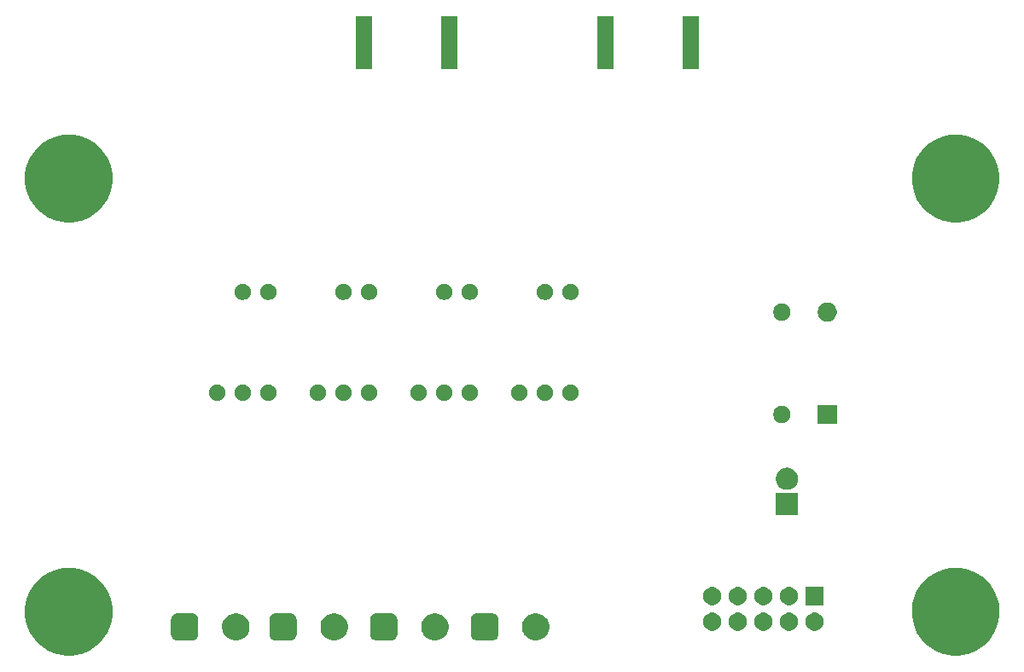
<source format=gbr>
G04 #@! TF.GenerationSoftware,KiCad,Pcbnew,5.1.6-c6e7f7d~87~ubuntu18.04.1*
G04 #@! TF.CreationDate,2021-01-06T16:55:31+00:00*
G04 #@! TF.ProjectId,multi-smtpa_linear,6d756c74-692d-4736-9d74-70615f6c696e,rev?*
G04 #@! TF.SameCoordinates,Original*
G04 #@! TF.FileFunction,Soldermask,Bot*
G04 #@! TF.FilePolarity,Negative*
%FSLAX46Y46*%
G04 Gerber Fmt 4.6, Leading zero omitted, Abs format (unit mm)*
G04 Created by KiCad (PCBNEW 5.1.6-c6e7f7d~87~ubuntu18.04.1) date 2021-01-06 16:55:31*
%MOMM*%
%LPD*%
G01*
G04 APERTURE LIST*
%ADD10C,0.100000*%
G04 APERTURE END LIST*
D10*
G36*
X194548156Y-94672794D02*
G01*
X195269140Y-94816206D01*
X196060972Y-95144193D01*
X196773601Y-95620357D01*
X197379643Y-96226399D01*
X197855807Y-96939028D01*
X198183794Y-97730860D01*
X198288739Y-98258456D01*
X198351000Y-98571463D01*
X198351000Y-99428537D01*
X198346609Y-99450610D01*
X198183794Y-100269140D01*
X197855807Y-101060972D01*
X197379643Y-101773601D01*
X196773601Y-102379643D01*
X196060972Y-102855807D01*
X195269140Y-103183794D01*
X194548156Y-103327206D01*
X194428537Y-103351000D01*
X193571463Y-103351000D01*
X193451844Y-103327206D01*
X192730860Y-103183794D01*
X191939028Y-102855807D01*
X191226399Y-102379643D01*
X190620357Y-101773601D01*
X190144193Y-101060972D01*
X189816206Y-100269140D01*
X189653391Y-99450610D01*
X189649000Y-99428537D01*
X189649000Y-98571463D01*
X189711261Y-98258456D01*
X189816206Y-97730860D01*
X190144193Y-96939028D01*
X190620357Y-96226399D01*
X191226399Y-95620357D01*
X191939028Y-95144193D01*
X192730860Y-94816206D01*
X193451844Y-94672794D01*
X193571463Y-94649000D01*
X194428537Y-94649000D01*
X194548156Y-94672794D01*
G37*
G36*
X106548156Y-94672794D02*
G01*
X107269140Y-94816206D01*
X108060972Y-95144193D01*
X108773601Y-95620357D01*
X109379643Y-96226399D01*
X109855807Y-96939028D01*
X110183794Y-97730860D01*
X110288739Y-98258456D01*
X110351000Y-98571463D01*
X110351000Y-99428537D01*
X110346609Y-99450610D01*
X110183794Y-100269140D01*
X109855807Y-101060972D01*
X109379643Y-101773601D01*
X108773601Y-102379643D01*
X108060972Y-102855807D01*
X107269140Y-103183794D01*
X106548156Y-103327206D01*
X106428537Y-103351000D01*
X105571463Y-103351000D01*
X105451844Y-103327206D01*
X104730860Y-103183794D01*
X103939028Y-102855807D01*
X103226399Y-102379643D01*
X102620357Y-101773601D01*
X102144193Y-101060972D01*
X101816206Y-100269140D01*
X101653391Y-99450610D01*
X101649000Y-99428537D01*
X101649000Y-98571463D01*
X101711261Y-98258456D01*
X101816206Y-97730860D01*
X102144193Y-96939028D01*
X102620357Y-96226399D01*
X103226399Y-95620357D01*
X103939028Y-95144193D01*
X104730860Y-94816206D01*
X105451844Y-94672794D01*
X105571463Y-94649000D01*
X106428537Y-94649000D01*
X106548156Y-94672794D01*
G37*
G36*
X142724072Y-99200918D02*
G01*
X142963636Y-99300148D01*
X142969939Y-99302759D01*
X143035924Y-99346849D01*
X143191211Y-99450609D01*
X143379391Y-99638789D01*
X143415424Y-99692716D01*
X143503480Y-99824500D01*
X143527242Y-99860063D01*
X143629082Y-100105928D01*
X143681000Y-100366937D01*
X143681000Y-100633063D01*
X143651888Y-100779419D01*
X143629082Y-100894072D01*
X143527241Y-101139939D01*
X143466345Y-101231075D01*
X143379391Y-101361211D01*
X143191211Y-101549391D01*
X143115787Y-101599788D01*
X142969939Y-101697241D01*
X142969938Y-101697242D01*
X142969937Y-101697242D01*
X142724072Y-101799082D01*
X142463063Y-101851000D01*
X142196937Y-101851000D01*
X141935928Y-101799082D01*
X141690063Y-101697242D01*
X141690062Y-101697242D01*
X141690061Y-101697241D01*
X141544213Y-101599788D01*
X141468789Y-101549391D01*
X141280609Y-101361211D01*
X141193655Y-101231075D01*
X141132759Y-101139939D01*
X141030918Y-100894072D01*
X141008112Y-100779419D01*
X140979000Y-100633063D01*
X140979000Y-100366937D01*
X141030918Y-100105928D01*
X141132758Y-99860063D01*
X141156521Y-99824500D01*
X141244576Y-99692716D01*
X141280609Y-99638789D01*
X141468789Y-99450609D01*
X141624076Y-99346849D01*
X141690061Y-99302759D01*
X141696365Y-99300148D01*
X141935928Y-99200918D01*
X142196937Y-99149000D01*
X142463063Y-99149000D01*
X142724072Y-99200918D01*
G37*
G36*
X128107473Y-99161371D02*
G01*
X128222353Y-99196220D01*
X128328228Y-99252811D01*
X128421029Y-99328971D01*
X128497189Y-99421772D01*
X128553780Y-99527647D01*
X128588629Y-99642527D01*
X128601000Y-99768140D01*
X128601000Y-101231860D01*
X128588629Y-101357473D01*
X128553780Y-101472353D01*
X128497189Y-101578228D01*
X128421029Y-101671029D01*
X128328228Y-101747189D01*
X128222353Y-101803780D01*
X128107473Y-101838629D01*
X127981860Y-101851000D01*
X126518140Y-101851000D01*
X126392527Y-101838629D01*
X126277647Y-101803780D01*
X126171772Y-101747189D01*
X126078971Y-101671029D01*
X126002811Y-101578228D01*
X125946220Y-101472353D01*
X125911371Y-101357473D01*
X125899000Y-101231860D01*
X125899000Y-99768140D01*
X125911371Y-99642527D01*
X125946220Y-99527647D01*
X126002811Y-99421772D01*
X126078971Y-99328971D01*
X126171772Y-99252811D01*
X126277647Y-99196220D01*
X126392527Y-99161371D01*
X126518140Y-99149000D01*
X127981860Y-99149000D01*
X128107473Y-99161371D01*
G37*
G36*
X132724072Y-99200918D02*
G01*
X132963636Y-99300148D01*
X132969939Y-99302759D01*
X133035924Y-99346849D01*
X133191211Y-99450609D01*
X133379391Y-99638789D01*
X133415424Y-99692716D01*
X133503480Y-99824500D01*
X133527242Y-99860063D01*
X133629082Y-100105928D01*
X133681000Y-100366937D01*
X133681000Y-100633063D01*
X133651888Y-100779419D01*
X133629082Y-100894072D01*
X133527241Y-101139939D01*
X133466345Y-101231075D01*
X133379391Y-101361211D01*
X133191211Y-101549391D01*
X133115787Y-101599788D01*
X132969939Y-101697241D01*
X132969938Y-101697242D01*
X132969937Y-101697242D01*
X132724072Y-101799082D01*
X132463063Y-101851000D01*
X132196937Y-101851000D01*
X131935928Y-101799082D01*
X131690063Y-101697242D01*
X131690062Y-101697242D01*
X131690061Y-101697241D01*
X131544213Y-101599788D01*
X131468789Y-101549391D01*
X131280609Y-101361211D01*
X131193655Y-101231075D01*
X131132759Y-101139939D01*
X131030918Y-100894072D01*
X131008112Y-100779419D01*
X130979000Y-100633063D01*
X130979000Y-100366937D01*
X131030918Y-100105928D01*
X131132758Y-99860063D01*
X131156521Y-99824500D01*
X131244576Y-99692716D01*
X131280609Y-99638789D01*
X131468789Y-99450609D01*
X131624076Y-99346849D01*
X131690061Y-99302759D01*
X131696365Y-99300148D01*
X131935928Y-99200918D01*
X132196937Y-99149000D01*
X132463063Y-99149000D01*
X132724072Y-99200918D01*
G37*
G36*
X118357473Y-99161371D02*
G01*
X118472353Y-99196220D01*
X118578228Y-99252811D01*
X118671029Y-99328971D01*
X118747189Y-99421772D01*
X118803780Y-99527647D01*
X118838629Y-99642527D01*
X118851000Y-99768140D01*
X118851000Y-101231860D01*
X118838629Y-101357473D01*
X118803780Y-101472353D01*
X118747189Y-101578228D01*
X118671029Y-101671029D01*
X118578228Y-101747189D01*
X118472353Y-101803780D01*
X118357473Y-101838629D01*
X118231860Y-101851000D01*
X116768140Y-101851000D01*
X116642527Y-101838629D01*
X116527647Y-101803780D01*
X116421772Y-101747189D01*
X116328971Y-101671029D01*
X116252811Y-101578228D01*
X116196220Y-101472353D01*
X116161371Y-101357473D01*
X116149000Y-101231860D01*
X116149000Y-99768140D01*
X116161371Y-99642527D01*
X116196220Y-99527647D01*
X116252811Y-99421772D01*
X116328971Y-99328971D01*
X116421772Y-99252811D01*
X116527647Y-99196220D01*
X116642527Y-99161371D01*
X116768140Y-99149000D01*
X118231860Y-99149000D01*
X118357473Y-99161371D01*
G37*
G36*
X122974072Y-99200918D02*
G01*
X123213636Y-99300148D01*
X123219939Y-99302759D01*
X123285924Y-99346849D01*
X123441211Y-99450609D01*
X123629391Y-99638789D01*
X123665424Y-99692716D01*
X123753480Y-99824500D01*
X123777242Y-99860063D01*
X123879082Y-100105928D01*
X123931000Y-100366937D01*
X123931000Y-100633063D01*
X123901888Y-100779419D01*
X123879082Y-100894072D01*
X123777241Y-101139939D01*
X123716345Y-101231075D01*
X123629391Y-101361211D01*
X123441211Y-101549391D01*
X123365787Y-101599788D01*
X123219939Y-101697241D01*
X123219938Y-101697242D01*
X123219937Y-101697242D01*
X122974072Y-101799082D01*
X122713063Y-101851000D01*
X122446937Y-101851000D01*
X122185928Y-101799082D01*
X121940063Y-101697242D01*
X121940062Y-101697242D01*
X121940061Y-101697241D01*
X121794213Y-101599788D01*
X121718789Y-101549391D01*
X121530609Y-101361211D01*
X121443655Y-101231075D01*
X121382759Y-101139939D01*
X121280918Y-100894072D01*
X121258112Y-100779419D01*
X121229000Y-100633063D01*
X121229000Y-100366937D01*
X121280918Y-100105928D01*
X121382758Y-99860063D01*
X121406521Y-99824500D01*
X121494576Y-99692716D01*
X121530609Y-99638789D01*
X121718789Y-99450609D01*
X121874076Y-99346849D01*
X121940061Y-99302759D01*
X121946365Y-99300148D01*
X122185928Y-99200918D01*
X122446937Y-99149000D01*
X122713063Y-99149000D01*
X122974072Y-99200918D01*
G37*
G36*
X148107473Y-99161371D02*
G01*
X148222353Y-99196220D01*
X148328228Y-99252811D01*
X148421029Y-99328971D01*
X148497189Y-99421772D01*
X148553780Y-99527647D01*
X148588629Y-99642527D01*
X148601000Y-99768140D01*
X148601000Y-101231860D01*
X148588629Y-101357473D01*
X148553780Y-101472353D01*
X148497189Y-101578228D01*
X148421029Y-101671029D01*
X148328228Y-101747189D01*
X148222353Y-101803780D01*
X148107473Y-101838629D01*
X147981860Y-101851000D01*
X146518140Y-101851000D01*
X146392527Y-101838629D01*
X146277647Y-101803780D01*
X146171772Y-101747189D01*
X146078971Y-101671029D01*
X146002811Y-101578228D01*
X145946220Y-101472353D01*
X145911371Y-101357473D01*
X145899000Y-101231860D01*
X145899000Y-99768140D01*
X145911371Y-99642527D01*
X145946220Y-99527647D01*
X146002811Y-99421772D01*
X146078971Y-99328971D01*
X146171772Y-99252811D01*
X146277647Y-99196220D01*
X146392527Y-99161371D01*
X146518140Y-99149000D01*
X147981860Y-99149000D01*
X148107473Y-99161371D01*
G37*
G36*
X152724072Y-99200918D02*
G01*
X152963636Y-99300148D01*
X152969939Y-99302759D01*
X153035924Y-99346849D01*
X153191211Y-99450609D01*
X153379391Y-99638789D01*
X153415424Y-99692716D01*
X153503480Y-99824500D01*
X153527242Y-99860063D01*
X153629082Y-100105928D01*
X153681000Y-100366937D01*
X153681000Y-100633063D01*
X153651888Y-100779419D01*
X153629082Y-100894072D01*
X153527241Y-101139939D01*
X153466345Y-101231075D01*
X153379391Y-101361211D01*
X153191211Y-101549391D01*
X153115787Y-101599788D01*
X152969939Y-101697241D01*
X152969938Y-101697242D01*
X152969937Y-101697242D01*
X152724072Y-101799082D01*
X152463063Y-101851000D01*
X152196937Y-101851000D01*
X151935928Y-101799082D01*
X151690063Y-101697242D01*
X151690062Y-101697242D01*
X151690061Y-101697241D01*
X151544213Y-101599788D01*
X151468789Y-101549391D01*
X151280609Y-101361211D01*
X151193655Y-101231075D01*
X151132759Y-101139939D01*
X151030918Y-100894072D01*
X151008112Y-100779419D01*
X150979000Y-100633063D01*
X150979000Y-100366937D01*
X151030918Y-100105928D01*
X151132758Y-99860063D01*
X151156521Y-99824500D01*
X151244576Y-99692716D01*
X151280609Y-99638789D01*
X151468789Y-99450609D01*
X151624076Y-99346849D01*
X151690061Y-99302759D01*
X151696365Y-99300148D01*
X151935928Y-99200918D01*
X152196937Y-99149000D01*
X152463063Y-99149000D01*
X152724072Y-99200918D01*
G37*
G36*
X138107473Y-99161371D02*
G01*
X138222353Y-99196220D01*
X138328228Y-99252811D01*
X138421029Y-99328971D01*
X138497189Y-99421772D01*
X138553780Y-99527647D01*
X138588629Y-99642527D01*
X138601000Y-99768140D01*
X138601000Y-101231860D01*
X138588629Y-101357473D01*
X138553780Y-101472353D01*
X138497189Y-101578228D01*
X138421029Y-101671029D01*
X138328228Y-101747189D01*
X138222353Y-101803780D01*
X138107473Y-101838629D01*
X137981860Y-101851000D01*
X136518140Y-101851000D01*
X136392527Y-101838629D01*
X136277647Y-101803780D01*
X136171772Y-101747189D01*
X136078971Y-101671029D01*
X136002811Y-101578228D01*
X135946220Y-101472353D01*
X135911371Y-101357473D01*
X135899000Y-101231860D01*
X135899000Y-99768140D01*
X135911371Y-99642527D01*
X135946220Y-99527647D01*
X136002811Y-99421772D01*
X136078971Y-99328971D01*
X136171772Y-99252811D01*
X136277647Y-99196220D01*
X136392527Y-99161371D01*
X136518140Y-99149000D01*
X137981860Y-99149000D01*
X138107473Y-99161371D01*
G37*
G36*
X180113512Y-99103927D02*
G01*
X180262812Y-99133624D01*
X180426784Y-99201544D01*
X180574354Y-99300147D01*
X180699853Y-99425646D01*
X180798456Y-99573216D01*
X180866376Y-99737188D01*
X180901000Y-99911259D01*
X180901000Y-100088741D01*
X180866376Y-100262812D01*
X180798456Y-100426784D01*
X180699853Y-100574354D01*
X180574354Y-100699853D01*
X180426784Y-100798456D01*
X180262812Y-100866376D01*
X180123571Y-100894072D01*
X180088742Y-100901000D01*
X179911258Y-100901000D01*
X179876429Y-100894072D01*
X179737188Y-100866376D01*
X179573216Y-100798456D01*
X179425646Y-100699853D01*
X179300147Y-100574354D01*
X179201544Y-100426784D01*
X179133624Y-100262812D01*
X179099000Y-100088741D01*
X179099000Y-99911259D01*
X179133624Y-99737188D01*
X179201544Y-99573216D01*
X179300147Y-99425646D01*
X179425646Y-99300147D01*
X179573216Y-99201544D01*
X179737188Y-99133624D01*
X179886488Y-99103927D01*
X179911258Y-99099000D01*
X180088742Y-99099000D01*
X180113512Y-99103927D01*
G37*
G36*
X177573512Y-99103927D02*
G01*
X177722812Y-99133624D01*
X177886784Y-99201544D01*
X178034354Y-99300147D01*
X178159853Y-99425646D01*
X178258456Y-99573216D01*
X178326376Y-99737188D01*
X178361000Y-99911259D01*
X178361000Y-100088741D01*
X178326376Y-100262812D01*
X178258456Y-100426784D01*
X178159853Y-100574354D01*
X178034354Y-100699853D01*
X177886784Y-100798456D01*
X177722812Y-100866376D01*
X177583571Y-100894072D01*
X177548742Y-100901000D01*
X177371258Y-100901000D01*
X177336429Y-100894072D01*
X177197188Y-100866376D01*
X177033216Y-100798456D01*
X176885646Y-100699853D01*
X176760147Y-100574354D01*
X176661544Y-100426784D01*
X176593624Y-100262812D01*
X176559000Y-100088741D01*
X176559000Y-99911259D01*
X176593624Y-99737188D01*
X176661544Y-99573216D01*
X176760147Y-99425646D01*
X176885646Y-99300147D01*
X177033216Y-99201544D01*
X177197188Y-99133624D01*
X177346488Y-99103927D01*
X177371258Y-99099000D01*
X177548742Y-99099000D01*
X177573512Y-99103927D01*
G37*
G36*
X175033512Y-99103927D02*
G01*
X175182812Y-99133624D01*
X175346784Y-99201544D01*
X175494354Y-99300147D01*
X175619853Y-99425646D01*
X175718456Y-99573216D01*
X175786376Y-99737188D01*
X175821000Y-99911259D01*
X175821000Y-100088741D01*
X175786376Y-100262812D01*
X175718456Y-100426784D01*
X175619853Y-100574354D01*
X175494354Y-100699853D01*
X175346784Y-100798456D01*
X175182812Y-100866376D01*
X175043571Y-100894072D01*
X175008742Y-100901000D01*
X174831258Y-100901000D01*
X174796429Y-100894072D01*
X174657188Y-100866376D01*
X174493216Y-100798456D01*
X174345646Y-100699853D01*
X174220147Y-100574354D01*
X174121544Y-100426784D01*
X174053624Y-100262812D01*
X174019000Y-100088741D01*
X174019000Y-99911259D01*
X174053624Y-99737188D01*
X174121544Y-99573216D01*
X174220147Y-99425646D01*
X174345646Y-99300147D01*
X174493216Y-99201544D01*
X174657188Y-99133624D01*
X174806488Y-99103927D01*
X174831258Y-99099000D01*
X175008742Y-99099000D01*
X175033512Y-99103927D01*
G37*
G36*
X172493512Y-99103927D02*
G01*
X172642812Y-99133624D01*
X172806784Y-99201544D01*
X172954354Y-99300147D01*
X173079853Y-99425646D01*
X173178456Y-99573216D01*
X173246376Y-99737188D01*
X173281000Y-99911259D01*
X173281000Y-100088741D01*
X173246376Y-100262812D01*
X173178456Y-100426784D01*
X173079853Y-100574354D01*
X172954354Y-100699853D01*
X172806784Y-100798456D01*
X172642812Y-100866376D01*
X172503571Y-100894072D01*
X172468742Y-100901000D01*
X172291258Y-100901000D01*
X172256429Y-100894072D01*
X172117188Y-100866376D01*
X171953216Y-100798456D01*
X171805646Y-100699853D01*
X171680147Y-100574354D01*
X171581544Y-100426784D01*
X171513624Y-100262812D01*
X171479000Y-100088741D01*
X171479000Y-99911259D01*
X171513624Y-99737188D01*
X171581544Y-99573216D01*
X171680147Y-99425646D01*
X171805646Y-99300147D01*
X171953216Y-99201544D01*
X172117188Y-99133624D01*
X172266488Y-99103927D01*
X172291258Y-99099000D01*
X172468742Y-99099000D01*
X172493512Y-99103927D01*
G37*
G36*
X169953512Y-99103927D02*
G01*
X170102812Y-99133624D01*
X170266784Y-99201544D01*
X170414354Y-99300147D01*
X170539853Y-99425646D01*
X170638456Y-99573216D01*
X170706376Y-99737188D01*
X170741000Y-99911259D01*
X170741000Y-100088741D01*
X170706376Y-100262812D01*
X170638456Y-100426784D01*
X170539853Y-100574354D01*
X170414354Y-100699853D01*
X170266784Y-100798456D01*
X170102812Y-100866376D01*
X169963571Y-100894072D01*
X169928742Y-100901000D01*
X169751258Y-100901000D01*
X169716429Y-100894072D01*
X169577188Y-100866376D01*
X169413216Y-100798456D01*
X169265646Y-100699853D01*
X169140147Y-100574354D01*
X169041544Y-100426784D01*
X168973624Y-100262812D01*
X168939000Y-100088741D01*
X168939000Y-99911259D01*
X168973624Y-99737188D01*
X169041544Y-99573216D01*
X169140147Y-99425646D01*
X169265646Y-99300147D01*
X169413216Y-99201544D01*
X169577188Y-99133624D01*
X169726488Y-99103927D01*
X169751258Y-99099000D01*
X169928742Y-99099000D01*
X169953512Y-99103927D01*
G37*
G36*
X169953512Y-96563927D02*
G01*
X170102812Y-96593624D01*
X170266784Y-96661544D01*
X170414354Y-96760147D01*
X170539853Y-96885646D01*
X170638456Y-97033216D01*
X170706376Y-97197188D01*
X170741000Y-97371259D01*
X170741000Y-97548741D01*
X170706376Y-97722812D01*
X170638456Y-97886784D01*
X170539853Y-98034354D01*
X170414354Y-98159853D01*
X170266784Y-98258456D01*
X170102812Y-98326376D01*
X169953512Y-98356073D01*
X169928742Y-98361000D01*
X169751258Y-98361000D01*
X169726488Y-98356073D01*
X169577188Y-98326376D01*
X169413216Y-98258456D01*
X169265646Y-98159853D01*
X169140147Y-98034354D01*
X169041544Y-97886784D01*
X168973624Y-97722812D01*
X168939000Y-97548741D01*
X168939000Y-97371259D01*
X168973624Y-97197188D01*
X169041544Y-97033216D01*
X169140147Y-96885646D01*
X169265646Y-96760147D01*
X169413216Y-96661544D01*
X169577188Y-96593624D01*
X169726488Y-96563927D01*
X169751258Y-96559000D01*
X169928742Y-96559000D01*
X169953512Y-96563927D01*
G37*
G36*
X172493512Y-96563927D02*
G01*
X172642812Y-96593624D01*
X172806784Y-96661544D01*
X172954354Y-96760147D01*
X173079853Y-96885646D01*
X173178456Y-97033216D01*
X173246376Y-97197188D01*
X173281000Y-97371259D01*
X173281000Y-97548741D01*
X173246376Y-97722812D01*
X173178456Y-97886784D01*
X173079853Y-98034354D01*
X172954354Y-98159853D01*
X172806784Y-98258456D01*
X172642812Y-98326376D01*
X172493512Y-98356073D01*
X172468742Y-98361000D01*
X172291258Y-98361000D01*
X172266488Y-98356073D01*
X172117188Y-98326376D01*
X171953216Y-98258456D01*
X171805646Y-98159853D01*
X171680147Y-98034354D01*
X171581544Y-97886784D01*
X171513624Y-97722812D01*
X171479000Y-97548741D01*
X171479000Y-97371259D01*
X171513624Y-97197188D01*
X171581544Y-97033216D01*
X171680147Y-96885646D01*
X171805646Y-96760147D01*
X171953216Y-96661544D01*
X172117188Y-96593624D01*
X172266488Y-96563927D01*
X172291258Y-96559000D01*
X172468742Y-96559000D01*
X172493512Y-96563927D01*
G37*
G36*
X175033512Y-96563927D02*
G01*
X175182812Y-96593624D01*
X175346784Y-96661544D01*
X175494354Y-96760147D01*
X175619853Y-96885646D01*
X175718456Y-97033216D01*
X175786376Y-97197188D01*
X175821000Y-97371259D01*
X175821000Y-97548741D01*
X175786376Y-97722812D01*
X175718456Y-97886784D01*
X175619853Y-98034354D01*
X175494354Y-98159853D01*
X175346784Y-98258456D01*
X175182812Y-98326376D01*
X175033512Y-98356073D01*
X175008742Y-98361000D01*
X174831258Y-98361000D01*
X174806488Y-98356073D01*
X174657188Y-98326376D01*
X174493216Y-98258456D01*
X174345646Y-98159853D01*
X174220147Y-98034354D01*
X174121544Y-97886784D01*
X174053624Y-97722812D01*
X174019000Y-97548741D01*
X174019000Y-97371259D01*
X174053624Y-97197188D01*
X174121544Y-97033216D01*
X174220147Y-96885646D01*
X174345646Y-96760147D01*
X174493216Y-96661544D01*
X174657188Y-96593624D01*
X174806488Y-96563927D01*
X174831258Y-96559000D01*
X175008742Y-96559000D01*
X175033512Y-96563927D01*
G37*
G36*
X180901000Y-98361000D02*
G01*
X179099000Y-98361000D01*
X179099000Y-96559000D01*
X180901000Y-96559000D01*
X180901000Y-98361000D01*
G37*
G36*
X177573512Y-96563927D02*
G01*
X177722812Y-96593624D01*
X177886784Y-96661544D01*
X178034354Y-96760147D01*
X178159853Y-96885646D01*
X178258456Y-97033216D01*
X178326376Y-97197188D01*
X178361000Y-97371259D01*
X178361000Y-97548741D01*
X178326376Y-97722812D01*
X178258456Y-97886784D01*
X178159853Y-98034354D01*
X178034354Y-98159853D01*
X177886784Y-98258456D01*
X177722812Y-98326376D01*
X177573512Y-98356073D01*
X177548742Y-98361000D01*
X177371258Y-98361000D01*
X177346488Y-98356073D01*
X177197188Y-98326376D01*
X177033216Y-98258456D01*
X176885646Y-98159853D01*
X176760147Y-98034354D01*
X176661544Y-97886784D01*
X176593624Y-97722812D01*
X176559000Y-97548741D01*
X176559000Y-97371259D01*
X176593624Y-97197188D01*
X176661544Y-97033216D01*
X176760147Y-96885646D01*
X176885646Y-96760147D01*
X177033216Y-96661544D01*
X177197188Y-96593624D01*
X177346488Y-96563927D01*
X177371258Y-96559000D01*
X177548742Y-96559000D01*
X177573512Y-96563927D01*
G37*
G36*
X178351000Y-89451000D02*
G01*
X176149000Y-89451000D01*
X176149000Y-87249000D01*
X178351000Y-87249000D01*
X178351000Y-89451000D01*
G37*
G36*
X177464794Y-84730155D02*
G01*
X177571150Y-84751311D01*
X177671334Y-84792809D01*
X177771520Y-84834307D01*
X177951844Y-84954795D01*
X178105205Y-85108156D01*
X178225693Y-85288480D01*
X178308689Y-85488851D01*
X178351000Y-85701560D01*
X178351000Y-85918440D01*
X178308689Y-86131149D01*
X178225693Y-86331520D01*
X178105205Y-86511844D01*
X177951844Y-86665205D01*
X177771520Y-86785693D01*
X177671334Y-86827191D01*
X177571150Y-86868689D01*
X177464795Y-86889844D01*
X177358440Y-86911000D01*
X177141560Y-86911000D01*
X177035205Y-86889844D01*
X176928850Y-86868689D01*
X176728480Y-86785693D01*
X176548156Y-86665205D01*
X176394795Y-86511844D01*
X176274307Y-86331520D01*
X176191311Y-86131149D01*
X176149000Y-85918440D01*
X176149000Y-85701560D01*
X176191311Y-85488851D01*
X176274307Y-85288480D01*
X176394795Y-85108156D01*
X176548156Y-84954795D01*
X176728480Y-84834307D01*
X176928850Y-84751311D01*
X177035206Y-84730155D01*
X177141560Y-84709000D01*
X177358440Y-84709000D01*
X177464794Y-84730155D01*
G37*
G36*
X182201000Y-80361000D02*
G01*
X180299000Y-80361000D01*
X180299000Y-78459000D01*
X182201000Y-78459000D01*
X182201000Y-80361000D01*
G37*
G36*
X176998228Y-78591703D02*
G01*
X177153100Y-78655853D01*
X177292481Y-78748985D01*
X177411015Y-78867519D01*
X177504147Y-79006900D01*
X177568297Y-79161772D01*
X177601000Y-79326184D01*
X177601000Y-79493816D01*
X177568297Y-79658228D01*
X177504147Y-79813100D01*
X177411015Y-79952481D01*
X177292481Y-80071015D01*
X177153100Y-80164147D01*
X176998228Y-80228297D01*
X176833816Y-80261000D01*
X176666184Y-80261000D01*
X176501772Y-80228297D01*
X176346900Y-80164147D01*
X176207519Y-80071015D01*
X176088985Y-79952481D01*
X175995853Y-79813100D01*
X175931703Y-79658228D01*
X175899000Y-79493816D01*
X175899000Y-79326184D01*
X175931703Y-79161772D01*
X175995853Y-79006900D01*
X176088985Y-78867519D01*
X176207519Y-78748985D01*
X176346900Y-78655853D01*
X176501772Y-78591703D01*
X176666184Y-78559000D01*
X176833816Y-78559000D01*
X176998228Y-78591703D01*
G37*
G36*
X153487142Y-76468242D02*
G01*
X153635101Y-76529529D01*
X153768255Y-76618499D01*
X153881501Y-76731745D01*
X153970471Y-76864899D01*
X154031758Y-77012858D01*
X154063000Y-77169925D01*
X154063000Y-77330075D01*
X154031758Y-77487142D01*
X153970471Y-77635101D01*
X153881501Y-77768255D01*
X153768255Y-77881501D01*
X153635101Y-77970471D01*
X153487142Y-78031758D01*
X153330075Y-78063000D01*
X153169925Y-78063000D01*
X153012858Y-78031758D01*
X152864899Y-77970471D01*
X152731745Y-77881501D01*
X152618499Y-77768255D01*
X152529529Y-77635101D01*
X152468242Y-77487142D01*
X152437000Y-77330075D01*
X152437000Y-77169925D01*
X152468242Y-77012858D01*
X152529529Y-76864899D01*
X152618499Y-76731745D01*
X152731745Y-76618499D01*
X152864899Y-76529529D01*
X153012858Y-76468242D01*
X153169925Y-76437000D01*
X153330075Y-76437000D01*
X153487142Y-76468242D01*
G37*
G36*
X156027142Y-76468242D02*
G01*
X156175101Y-76529529D01*
X156308255Y-76618499D01*
X156421501Y-76731745D01*
X156510471Y-76864899D01*
X156571758Y-77012858D01*
X156603000Y-77169925D01*
X156603000Y-77330075D01*
X156571758Y-77487142D01*
X156510471Y-77635101D01*
X156421501Y-77768255D01*
X156308255Y-77881501D01*
X156175101Y-77970471D01*
X156027142Y-78031758D01*
X155870075Y-78063000D01*
X155709925Y-78063000D01*
X155552858Y-78031758D01*
X155404899Y-77970471D01*
X155271745Y-77881501D01*
X155158499Y-77768255D01*
X155069529Y-77635101D01*
X155008242Y-77487142D01*
X154977000Y-77330075D01*
X154977000Y-77169925D01*
X155008242Y-77012858D01*
X155069529Y-76864899D01*
X155158499Y-76731745D01*
X155271745Y-76618499D01*
X155404899Y-76529529D01*
X155552858Y-76468242D01*
X155709925Y-76437000D01*
X155870075Y-76437000D01*
X156027142Y-76468242D01*
G37*
G36*
X123487142Y-76468242D02*
G01*
X123635101Y-76529529D01*
X123768255Y-76618499D01*
X123881501Y-76731745D01*
X123970471Y-76864899D01*
X124031758Y-77012858D01*
X124063000Y-77169925D01*
X124063000Y-77330075D01*
X124031758Y-77487142D01*
X123970471Y-77635101D01*
X123881501Y-77768255D01*
X123768255Y-77881501D01*
X123635101Y-77970471D01*
X123487142Y-78031758D01*
X123330075Y-78063000D01*
X123169925Y-78063000D01*
X123012858Y-78031758D01*
X122864899Y-77970471D01*
X122731745Y-77881501D01*
X122618499Y-77768255D01*
X122529529Y-77635101D01*
X122468242Y-77487142D01*
X122437000Y-77330075D01*
X122437000Y-77169925D01*
X122468242Y-77012858D01*
X122529529Y-76864899D01*
X122618499Y-76731745D01*
X122731745Y-76618499D01*
X122864899Y-76529529D01*
X123012858Y-76468242D01*
X123169925Y-76437000D01*
X123330075Y-76437000D01*
X123487142Y-76468242D01*
G37*
G36*
X150947142Y-76468242D02*
G01*
X151095101Y-76529529D01*
X151228255Y-76618499D01*
X151341501Y-76731745D01*
X151430471Y-76864899D01*
X151491758Y-77012858D01*
X151523000Y-77169925D01*
X151523000Y-77330075D01*
X151491758Y-77487142D01*
X151430471Y-77635101D01*
X151341501Y-77768255D01*
X151228255Y-77881501D01*
X151095101Y-77970471D01*
X150947142Y-78031758D01*
X150790075Y-78063000D01*
X150629925Y-78063000D01*
X150472858Y-78031758D01*
X150324899Y-77970471D01*
X150191745Y-77881501D01*
X150078499Y-77768255D01*
X149989529Y-77635101D01*
X149928242Y-77487142D01*
X149897000Y-77330075D01*
X149897000Y-77169925D01*
X149928242Y-77012858D01*
X149989529Y-76864899D01*
X150078499Y-76731745D01*
X150191745Y-76618499D01*
X150324899Y-76529529D01*
X150472858Y-76468242D01*
X150629925Y-76437000D01*
X150790075Y-76437000D01*
X150947142Y-76468242D01*
G37*
G36*
X146027142Y-76468242D02*
G01*
X146175101Y-76529529D01*
X146308255Y-76618499D01*
X146421501Y-76731745D01*
X146510471Y-76864899D01*
X146571758Y-77012858D01*
X146603000Y-77169925D01*
X146603000Y-77330075D01*
X146571758Y-77487142D01*
X146510471Y-77635101D01*
X146421501Y-77768255D01*
X146308255Y-77881501D01*
X146175101Y-77970471D01*
X146027142Y-78031758D01*
X145870075Y-78063000D01*
X145709925Y-78063000D01*
X145552858Y-78031758D01*
X145404899Y-77970471D01*
X145271745Y-77881501D01*
X145158499Y-77768255D01*
X145069529Y-77635101D01*
X145008242Y-77487142D01*
X144977000Y-77330075D01*
X144977000Y-77169925D01*
X145008242Y-77012858D01*
X145069529Y-76864899D01*
X145158499Y-76731745D01*
X145271745Y-76618499D01*
X145404899Y-76529529D01*
X145552858Y-76468242D01*
X145709925Y-76437000D01*
X145870075Y-76437000D01*
X146027142Y-76468242D01*
G37*
G36*
X143487142Y-76468242D02*
G01*
X143635101Y-76529529D01*
X143768255Y-76618499D01*
X143881501Y-76731745D01*
X143970471Y-76864899D01*
X144031758Y-77012858D01*
X144063000Y-77169925D01*
X144063000Y-77330075D01*
X144031758Y-77487142D01*
X143970471Y-77635101D01*
X143881501Y-77768255D01*
X143768255Y-77881501D01*
X143635101Y-77970471D01*
X143487142Y-78031758D01*
X143330075Y-78063000D01*
X143169925Y-78063000D01*
X143012858Y-78031758D01*
X142864899Y-77970471D01*
X142731745Y-77881501D01*
X142618499Y-77768255D01*
X142529529Y-77635101D01*
X142468242Y-77487142D01*
X142437000Y-77330075D01*
X142437000Y-77169925D01*
X142468242Y-77012858D01*
X142529529Y-76864899D01*
X142618499Y-76731745D01*
X142731745Y-76618499D01*
X142864899Y-76529529D01*
X143012858Y-76468242D01*
X143169925Y-76437000D01*
X143330075Y-76437000D01*
X143487142Y-76468242D01*
G37*
G36*
X133487142Y-76468242D02*
G01*
X133635101Y-76529529D01*
X133768255Y-76618499D01*
X133881501Y-76731745D01*
X133970471Y-76864899D01*
X134031758Y-77012858D01*
X134063000Y-77169925D01*
X134063000Y-77330075D01*
X134031758Y-77487142D01*
X133970471Y-77635101D01*
X133881501Y-77768255D01*
X133768255Y-77881501D01*
X133635101Y-77970471D01*
X133487142Y-78031758D01*
X133330075Y-78063000D01*
X133169925Y-78063000D01*
X133012858Y-78031758D01*
X132864899Y-77970471D01*
X132731745Y-77881501D01*
X132618499Y-77768255D01*
X132529529Y-77635101D01*
X132468242Y-77487142D01*
X132437000Y-77330075D01*
X132437000Y-77169925D01*
X132468242Y-77012858D01*
X132529529Y-76864899D01*
X132618499Y-76731745D01*
X132731745Y-76618499D01*
X132864899Y-76529529D01*
X133012858Y-76468242D01*
X133169925Y-76437000D01*
X133330075Y-76437000D01*
X133487142Y-76468242D01*
G37*
G36*
X130947142Y-76468242D02*
G01*
X131095101Y-76529529D01*
X131228255Y-76618499D01*
X131341501Y-76731745D01*
X131430471Y-76864899D01*
X131491758Y-77012858D01*
X131523000Y-77169925D01*
X131523000Y-77330075D01*
X131491758Y-77487142D01*
X131430471Y-77635101D01*
X131341501Y-77768255D01*
X131228255Y-77881501D01*
X131095101Y-77970471D01*
X130947142Y-78031758D01*
X130790075Y-78063000D01*
X130629925Y-78063000D01*
X130472858Y-78031758D01*
X130324899Y-77970471D01*
X130191745Y-77881501D01*
X130078499Y-77768255D01*
X129989529Y-77635101D01*
X129928242Y-77487142D01*
X129897000Y-77330075D01*
X129897000Y-77169925D01*
X129928242Y-77012858D01*
X129989529Y-76864899D01*
X130078499Y-76731745D01*
X130191745Y-76618499D01*
X130324899Y-76529529D01*
X130472858Y-76468242D01*
X130629925Y-76437000D01*
X130790075Y-76437000D01*
X130947142Y-76468242D01*
G37*
G36*
X126027142Y-76468242D02*
G01*
X126175101Y-76529529D01*
X126308255Y-76618499D01*
X126421501Y-76731745D01*
X126510471Y-76864899D01*
X126571758Y-77012858D01*
X126603000Y-77169925D01*
X126603000Y-77330075D01*
X126571758Y-77487142D01*
X126510471Y-77635101D01*
X126421501Y-77768255D01*
X126308255Y-77881501D01*
X126175101Y-77970471D01*
X126027142Y-78031758D01*
X125870075Y-78063000D01*
X125709925Y-78063000D01*
X125552858Y-78031758D01*
X125404899Y-77970471D01*
X125271745Y-77881501D01*
X125158499Y-77768255D01*
X125069529Y-77635101D01*
X125008242Y-77487142D01*
X124977000Y-77330075D01*
X124977000Y-77169925D01*
X125008242Y-77012858D01*
X125069529Y-76864899D01*
X125158499Y-76731745D01*
X125271745Y-76618499D01*
X125404899Y-76529529D01*
X125552858Y-76468242D01*
X125709925Y-76437000D01*
X125870075Y-76437000D01*
X126027142Y-76468242D01*
G37*
G36*
X120947142Y-76468242D02*
G01*
X121095101Y-76529529D01*
X121228255Y-76618499D01*
X121341501Y-76731745D01*
X121430471Y-76864899D01*
X121491758Y-77012858D01*
X121523000Y-77169925D01*
X121523000Y-77330075D01*
X121491758Y-77487142D01*
X121430471Y-77635101D01*
X121341501Y-77768255D01*
X121228255Y-77881501D01*
X121095101Y-77970471D01*
X120947142Y-78031758D01*
X120790075Y-78063000D01*
X120629925Y-78063000D01*
X120472858Y-78031758D01*
X120324899Y-77970471D01*
X120191745Y-77881501D01*
X120078499Y-77768255D01*
X119989529Y-77635101D01*
X119928242Y-77487142D01*
X119897000Y-77330075D01*
X119897000Y-77169925D01*
X119928242Y-77012858D01*
X119989529Y-76864899D01*
X120078499Y-76731745D01*
X120191745Y-76618499D01*
X120324899Y-76529529D01*
X120472858Y-76468242D01*
X120629925Y-76437000D01*
X120790075Y-76437000D01*
X120947142Y-76468242D01*
G37*
G36*
X140947142Y-76468242D02*
G01*
X141095101Y-76529529D01*
X141228255Y-76618499D01*
X141341501Y-76731745D01*
X141430471Y-76864899D01*
X141491758Y-77012858D01*
X141523000Y-77169925D01*
X141523000Y-77330075D01*
X141491758Y-77487142D01*
X141430471Y-77635101D01*
X141341501Y-77768255D01*
X141228255Y-77881501D01*
X141095101Y-77970471D01*
X140947142Y-78031758D01*
X140790075Y-78063000D01*
X140629925Y-78063000D01*
X140472858Y-78031758D01*
X140324899Y-77970471D01*
X140191745Y-77881501D01*
X140078499Y-77768255D01*
X139989529Y-77635101D01*
X139928242Y-77487142D01*
X139897000Y-77330075D01*
X139897000Y-77169925D01*
X139928242Y-77012858D01*
X139989529Y-76864899D01*
X140078499Y-76731745D01*
X140191745Y-76618499D01*
X140324899Y-76529529D01*
X140472858Y-76468242D01*
X140629925Y-76437000D01*
X140790075Y-76437000D01*
X140947142Y-76468242D01*
G37*
G36*
X136027142Y-76468242D02*
G01*
X136175101Y-76529529D01*
X136308255Y-76618499D01*
X136421501Y-76731745D01*
X136510471Y-76864899D01*
X136571758Y-77012858D01*
X136603000Y-77169925D01*
X136603000Y-77330075D01*
X136571758Y-77487142D01*
X136510471Y-77635101D01*
X136421501Y-77768255D01*
X136308255Y-77881501D01*
X136175101Y-77970471D01*
X136027142Y-78031758D01*
X135870075Y-78063000D01*
X135709925Y-78063000D01*
X135552858Y-78031758D01*
X135404899Y-77970471D01*
X135271745Y-77881501D01*
X135158499Y-77768255D01*
X135069529Y-77635101D01*
X135008242Y-77487142D01*
X134977000Y-77330075D01*
X134977000Y-77169925D01*
X135008242Y-77012858D01*
X135069529Y-76864899D01*
X135158499Y-76731745D01*
X135271745Y-76618499D01*
X135404899Y-76529529D01*
X135552858Y-76468242D01*
X135709925Y-76437000D01*
X135870075Y-76437000D01*
X136027142Y-76468242D01*
G37*
G36*
X181527395Y-68335546D02*
G01*
X181700466Y-68407234D01*
X181700467Y-68407235D01*
X181856227Y-68511310D01*
X181988690Y-68643773D01*
X182031284Y-68707520D01*
X182092766Y-68799534D01*
X182164454Y-68972605D01*
X182201000Y-69156333D01*
X182201000Y-69343667D01*
X182164454Y-69527395D01*
X182092766Y-69700466D01*
X182092765Y-69700467D01*
X181988690Y-69856227D01*
X181856227Y-69988690D01*
X181833092Y-70004148D01*
X181700466Y-70092766D01*
X181527395Y-70164454D01*
X181343667Y-70201000D01*
X181156333Y-70201000D01*
X180972605Y-70164454D01*
X180799534Y-70092766D01*
X180666908Y-70004148D01*
X180643773Y-69988690D01*
X180511310Y-69856227D01*
X180407235Y-69700467D01*
X180407234Y-69700466D01*
X180335546Y-69527395D01*
X180299000Y-69343667D01*
X180299000Y-69156333D01*
X180335546Y-68972605D01*
X180407234Y-68799534D01*
X180468716Y-68707520D01*
X180511310Y-68643773D01*
X180643773Y-68511310D01*
X180799533Y-68407235D01*
X180799534Y-68407234D01*
X180972605Y-68335546D01*
X181156333Y-68299000D01*
X181343667Y-68299000D01*
X181527395Y-68335546D01*
G37*
G36*
X176998228Y-68431703D02*
G01*
X177153100Y-68495853D01*
X177292481Y-68588985D01*
X177411015Y-68707519D01*
X177504147Y-68846900D01*
X177568297Y-69001772D01*
X177601000Y-69166184D01*
X177601000Y-69333816D01*
X177568297Y-69498228D01*
X177504147Y-69653100D01*
X177411015Y-69792481D01*
X177292481Y-69911015D01*
X177153100Y-70004147D01*
X176998228Y-70068297D01*
X176833816Y-70101000D01*
X176666184Y-70101000D01*
X176501772Y-70068297D01*
X176346900Y-70004147D01*
X176207519Y-69911015D01*
X176088985Y-69792481D01*
X175995853Y-69653100D01*
X175931703Y-69498228D01*
X175899000Y-69333816D01*
X175899000Y-69166184D01*
X175931703Y-69001772D01*
X175995853Y-68846900D01*
X176088985Y-68707519D01*
X176207519Y-68588985D01*
X176346900Y-68495853D01*
X176501772Y-68431703D01*
X176666184Y-68399000D01*
X176833816Y-68399000D01*
X176998228Y-68431703D01*
G37*
G36*
X146027142Y-66468242D02*
G01*
X146175101Y-66529529D01*
X146308255Y-66618499D01*
X146421501Y-66731745D01*
X146510471Y-66864899D01*
X146571758Y-67012858D01*
X146603000Y-67169925D01*
X146603000Y-67330075D01*
X146571758Y-67487142D01*
X146510471Y-67635101D01*
X146421501Y-67768255D01*
X146308255Y-67881501D01*
X146175101Y-67970471D01*
X146027142Y-68031758D01*
X145870075Y-68063000D01*
X145709925Y-68063000D01*
X145552858Y-68031758D01*
X145404899Y-67970471D01*
X145271745Y-67881501D01*
X145158499Y-67768255D01*
X145069529Y-67635101D01*
X145008242Y-67487142D01*
X144977000Y-67330075D01*
X144977000Y-67169925D01*
X145008242Y-67012858D01*
X145069529Y-66864899D01*
X145158499Y-66731745D01*
X145271745Y-66618499D01*
X145404899Y-66529529D01*
X145552858Y-66468242D01*
X145709925Y-66437000D01*
X145870075Y-66437000D01*
X146027142Y-66468242D01*
G37*
G36*
X123487142Y-66468242D02*
G01*
X123635101Y-66529529D01*
X123768255Y-66618499D01*
X123881501Y-66731745D01*
X123970471Y-66864899D01*
X124031758Y-67012858D01*
X124063000Y-67169925D01*
X124063000Y-67330075D01*
X124031758Y-67487142D01*
X123970471Y-67635101D01*
X123881501Y-67768255D01*
X123768255Y-67881501D01*
X123635101Y-67970471D01*
X123487142Y-68031758D01*
X123330075Y-68063000D01*
X123169925Y-68063000D01*
X123012858Y-68031758D01*
X122864899Y-67970471D01*
X122731745Y-67881501D01*
X122618499Y-67768255D01*
X122529529Y-67635101D01*
X122468242Y-67487142D01*
X122437000Y-67330075D01*
X122437000Y-67169925D01*
X122468242Y-67012858D01*
X122529529Y-66864899D01*
X122618499Y-66731745D01*
X122731745Y-66618499D01*
X122864899Y-66529529D01*
X123012858Y-66468242D01*
X123169925Y-66437000D01*
X123330075Y-66437000D01*
X123487142Y-66468242D01*
G37*
G36*
X126027142Y-66468242D02*
G01*
X126175101Y-66529529D01*
X126308255Y-66618499D01*
X126421501Y-66731745D01*
X126510471Y-66864899D01*
X126571758Y-67012858D01*
X126603000Y-67169925D01*
X126603000Y-67330075D01*
X126571758Y-67487142D01*
X126510471Y-67635101D01*
X126421501Y-67768255D01*
X126308255Y-67881501D01*
X126175101Y-67970471D01*
X126027142Y-68031758D01*
X125870075Y-68063000D01*
X125709925Y-68063000D01*
X125552858Y-68031758D01*
X125404899Y-67970471D01*
X125271745Y-67881501D01*
X125158499Y-67768255D01*
X125069529Y-67635101D01*
X125008242Y-67487142D01*
X124977000Y-67330075D01*
X124977000Y-67169925D01*
X125008242Y-67012858D01*
X125069529Y-66864899D01*
X125158499Y-66731745D01*
X125271745Y-66618499D01*
X125404899Y-66529529D01*
X125552858Y-66468242D01*
X125709925Y-66437000D01*
X125870075Y-66437000D01*
X126027142Y-66468242D01*
G37*
G36*
X133487142Y-66468242D02*
G01*
X133635101Y-66529529D01*
X133768255Y-66618499D01*
X133881501Y-66731745D01*
X133970471Y-66864899D01*
X134031758Y-67012858D01*
X134063000Y-67169925D01*
X134063000Y-67330075D01*
X134031758Y-67487142D01*
X133970471Y-67635101D01*
X133881501Y-67768255D01*
X133768255Y-67881501D01*
X133635101Y-67970471D01*
X133487142Y-68031758D01*
X133330075Y-68063000D01*
X133169925Y-68063000D01*
X133012858Y-68031758D01*
X132864899Y-67970471D01*
X132731745Y-67881501D01*
X132618499Y-67768255D01*
X132529529Y-67635101D01*
X132468242Y-67487142D01*
X132437000Y-67330075D01*
X132437000Y-67169925D01*
X132468242Y-67012858D01*
X132529529Y-66864899D01*
X132618499Y-66731745D01*
X132731745Y-66618499D01*
X132864899Y-66529529D01*
X133012858Y-66468242D01*
X133169925Y-66437000D01*
X133330075Y-66437000D01*
X133487142Y-66468242D01*
G37*
G36*
X143487142Y-66468242D02*
G01*
X143635101Y-66529529D01*
X143768255Y-66618499D01*
X143881501Y-66731745D01*
X143970471Y-66864899D01*
X144031758Y-67012858D01*
X144063000Y-67169925D01*
X144063000Y-67330075D01*
X144031758Y-67487142D01*
X143970471Y-67635101D01*
X143881501Y-67768255D01*
X143768255Y-67881501D01*
X143635101Y-67970471D01*
X143487142Y-68031758D01*
X143330075Y-68063000D01*
X143169925Y-68063000D01*
X143012858Y-68031758D01*
X142864899Y-67970471D01*
X142731745Y-67881501D01*
X142618499Y-67768255D01*
X142529529Y-67635101D01*
X142468242Y-67487142D01*
X142437000Y-67330075D01*
X142437000Y-67169925D01*
X142468242Y-67012858D01*
X142529529Y-66864899D01*
X142618499Y-66731745D01*
X142731745Y-66618499D01*
X142864899Y-66529529D01*
X143012858Y-66468242D01*
X143169925Y-66437000D01*
X143330075Y-66437000D01*
X143487142Y-66468242D01*
G37*
G36*
X153487142Y-66468242D02*
G01*
X153635101Y-66529529D01*
X153768255Y-66618499D01*
X153881501Y-66731745D01*
X153970471Y-66864899D01*
X154031758Y-67012858D01*
X154063000Y-67169925D01*
X154063000Y-67330075D01*
X154031758Y-67487142D01*
X153970471Y-67635101D01*
X153881501Y-67768255D01*
X153768255Y-67881501D01*
X153635101Y-67970471D01*
X153487142Y-68031758D01*
X153330075Y-68063000D01*
X153169925Y-68063000D01*
X153012858Y-68031758D01*
X152864899Y-67970471D01*
X152731745Y-67881501D01*
X152618499Y-67768255D01*
X152529529Y-67635101D01*
X152468242Y-67487142D01*
X152437000Y-67330075D01*
X152437000Y-67169925D01*
X152468242Y-67012858D01*
X152529529Y-66864899D01*
X152618499Y-66731745D01*
X152731745Y-66618499D01*
X152864899Y-66529529D01*
X153012858Y-66468242D01*
X153169925Y-66437000D01*
X153330075Y-66437000D01*
X153487142Y-66468242D01*
G37*
G36*
X156027142Y-66468242D02*
G01*
X156175101Y-66529529D01*
X156308255Y-66618499D01*
X156421501Y-66731745D01*
X156510471Y-66864899D01*
X156571758Y-67012858D01*
X156603000Y-67169925D01*
X156603000Y-67330075D01*
X156571758Y-67487142D01*
X156510471Y-67635101D01*
X156421501Y-67768255D01*
X156308255Y-67881501D01*
X156175101Y-67970471D01*
X156027142Y-68031758D01*
X155870075Y-68063000D01*
X155709925Y-68063000D01*
X155552858Y-68031758D01*
X155404899Y-67970471D01*
X155271745Y-67881501D01*
X155158499Y-67768255D01*
X155069529Y-67635101D01*
X155008242Y-67487142D01*
X154977000Y-67330075D01*
X154977000Y-67169925D01*
X155008242Y-67012858D01*
X155069529Y-66864899D01*
X155158499Y-66731745D01*
X155271745Y-66618499D01*
X155404899Y-66529529D01*
X155552858Y-66468242D01*
X155709925Y-66437000D01*
X155870075Y-66437000D01*
X156027142Y-66468242D01*
G37*
G36*
X136027142Y-66468242D02*
G01*
X136175101Y-66529529D01*
X136308255Y-66618499D01*
X136421501Y-66731745D01*
X136510471Y-66864899D01*
X136571758Y-67012858D01*
X136603000Y-67169925D01*
X136603000Y-67330075D01*
X136571758Y-67487142D01*
X136510471Y-67635101D01*
X136421501Y-67768255D01*
X136308255Y-67881501D01*
X136175101Y-67970471D01*
X136027142Y-68031758D01*
X135870075Y-68063000D01*
X135709925Y-68063000D01*
X135552858Y-68031758D01*
X135404899Y-67970471D01*
X135271745Y-67881501D01*
X135158499Y-67768255D01*
X135069529Y-67635101D01*
X135008242Y-67487142D01*
X134977000Y-67330075D01*
X134977000Y-67169925D01*
X135008242Y-67012858D01*
X135069529Y-66864899D01*
X135158499Y-66731745D01*
X135271745Y-66618499D01*
X135404899Y-66529529D01*
X135552858Y-66468242D01*
X135709925Y-66437000D01*
X135870075Y-66437000D01*
X136027142Y-66468242D01*
G37*
G36*
X106548156Y-51672794D02*
G01*
X107269140Y-51816206D01*
X108060972Y-52144193D01*
X108773601Y-52620357D01*
X109379643Y-53226399D01*
X109855807Y-53939028D01*
X110183794Y-54730860D01*
X110351000Y-55571464D01*
X110351000Y-56428536D01*
X110183794Y-57269140D01*
X109855807Y-58060972D01*
X109379643Y-58773601D01*
X108773601Y-59379643D01*
X108060972Y-59855807D01*
X107269140Y-60183794D01*
X106548156Y-60327206D01*
X106428537Y-60351000D01*
X105571463Y-60351000D01*
X105451844Y-60327206D01*
X104730860Y-60183794D01*
X103939028Y-59855807D01*
X103226399Y-59379643D01*
X102620357Y-58773601D01*
X102144193Y-58060972D01*
X101816206Y-57269140D01*
X101649000Y-56428536D01*
X101649000Y-55571464D01*
X101816206Y-54730860D01*
X102144193Y-53939028D01*
X102620357Y-53226399D01*
X103226399Y-52620357D01*
X103939028Y-52144193D01*
X104730860Y-51816206D01*
X105451844Y-51672794D01*
X105571463Y-51649000D01*
X106428537Y-51649000D01*
X106548156Y-51672794D01*
G37*
G36*
X194548156Y-51672794D02*
G01*
X195269140Y-51816206D01*
X196060972Y-52144193D01*
X196773601Y-52620357D01*
X197379643Y-53226399D01*
X197855807Y-53939028D01*
X198183794Y-54730860D01*
X198351000Y-55571464D01*
X198351000Y-56428536D01*
X198183794Y-57269140D01*
X197855807Y-58060972D01*
X197379643Y-58773601D01*
X196773601Y-59379643D01*
X196060972Y-59855807D01*
X195269140Y-60183794D01*
X194548156Y-60327206D01*
X194428537Y-60351000D01*
X193571463Y-60351000D01*
X193451844Y-60327206D01*
X192730860Y-60183794D01*
X191939028Y-59855807D01*
X191226399Y-59379643D01*
X190620357Y-58773601D01*
X190144193Y-58060972D01*
X189816206Y-57269140D01*
X189649000Y-56428536D01*
X189649000Y-55571464D01*
X189816206Y-54730860D01*
X190144193Y-53939028D01*
X190620357Y-53226399D01*
X191226399Y-52620357D01*
X191939028Y-52144193D01*
X192730860Y-51816206D01*
X193451844Y-51672794D01*
X193571463Y-51649000D01*
X194428537Y-51649000D01*
X194548156Y-51672794D01*
G37*
G36*
X136051000Y-45091000D02*
G01*
X134449000Y-45091000D01*
X134449000Y-39909000D01*
X136051000Y-39909000D01*
X136051000Y-45091000D01*
G37*
G36*
X144551000Y-45091000D02*
G01*
X142949000Y-45091000D01*
X142949000Y-39909000D01*
X144551000Y-39909000D01*
X144551000Y-45091000D01*
G37*
G36*
X160051000Y-45091000D02*
G01*
X158449000Y-45091000D01*
X158449000Y-39909000D01*
X160051000Y-39909000D01*
X160051000Y-45091000D01*
G37*
G36*
X168551000Y-45091000D02*
G01*
X166949000Y-45091000D01*
X166949000Y-39909000D01*
X168551000Y-39909000D01*
X168551000Y-45091000D01*
G37*
M02*

</source>
